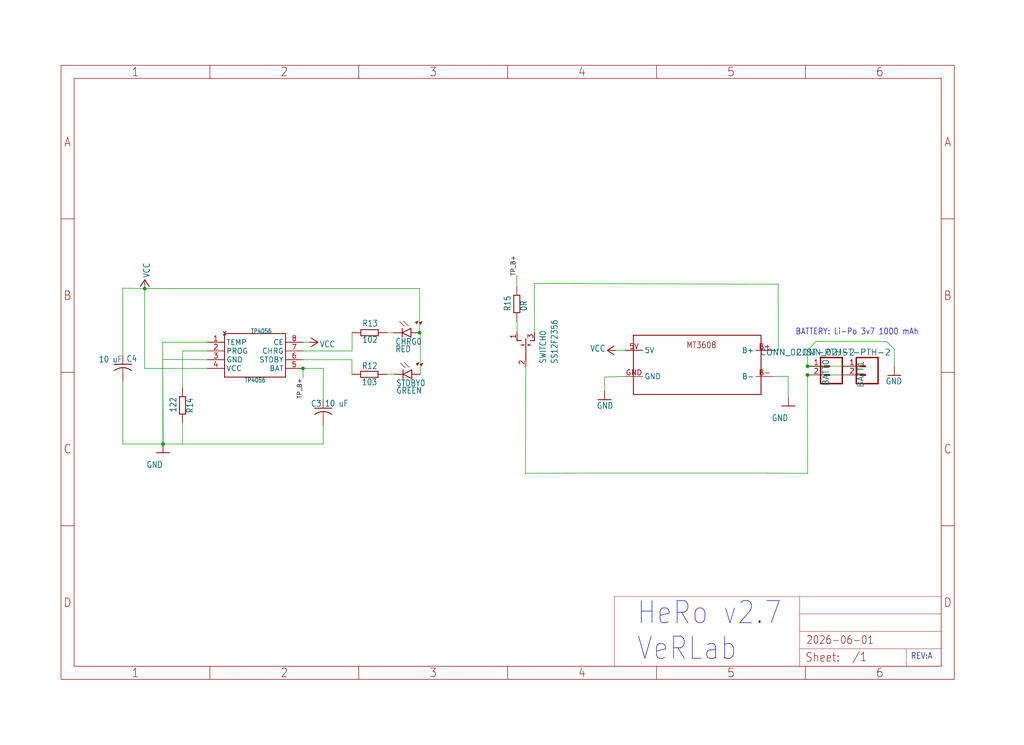
<source format=kicad_sch>
(kicad_sch (version 20250114) (generator "eeschema") (generator_version "9.0")
  (paper "User" 298.45 217.322)
  (lib_symbols
    (symbol "board-eagle-import:SparkFun-Connectors_513_CONN_02JST-PTH-2"
      (property "Reference" "J" (at -2.54 5.588 0))
      (symbol "SparkFun-Connectors_513_CONN_02JST-PTH-2_1_0"
        (polyline (pts (xy -2.54 5.08) (xy -2.54 -2.54)) (stroke (width 0.4064)))
        (polyline (pts (xy -2.54 5.08) (xy 3.81 5.08)) (stroke (width 0.4064)))
        (polyline (pts (xy 1.27 2.54) (xy 2.54 2.54)) (stroke (width 0.6096)))
        (polyline (pts (xy 1.27 0) (xy 2.54 0)) (stroke (width 0.6096)))
        (polyline (pts (xy 3.81 -2.54) (xy -2.54 -2.54)) (stroke (width 0.4064)))
        (polyline (pts (xy 3.81 -2.54) (xy 3.81 5.08)) (stroke (width 0.4064)))
        (pin passive line (at 7.62 2.54 180) (length 5.08) (name "2") (number "2"))
        (pin passive line (at 7.62 0 180) (length 5.08) (name "1") (number "1"))
      )
    )
    (symbol "board-eagle-import:TP4056_TP4056"
      (property "Reference" "IC" (at 0 0 0))
      (symbol "TP4056_TP4056_1_0"
        (polyline (pts (xy 0 0) (xy 0 -12.7)) (stroke (width 0.254)))
        (polyline (pts (xy 0 -12.7) (xy 17.78 -12.7)) (stroke (width 0.254)))
        (polyline (pts (xy 17.78 0) (xy 0 0)) (stroke (width 0.254)))
        (polyline (pts (xy 17.78 -12.7) (xy 17.78 0)) (stroke (width 0.254)))
        (pin bidirectional line (at -5.08 -2.54 0) (length 5.08) (name "TEMP") (number "1"))
        (pin bidirectional line (at -5.08 -5.08 0) (length 5.08) (name "PROG") (number "2"))
        (pin bidirectional line (at -5.08 -7.62 0) (length 5.08) (name "GND") (number "3"))
        (pin bidirectional line (at -5.08 -10.16 0) (length 5.08) (name "VCC") (number "4"))
        (pin bidirectional line (at 22.86 -2.54 180) (length 5.08) (name "CE") (number "8"))
        (pin bidirectional line (at 22.86 -5.08 180) (length 5.08) (name "CHRG") (number "7"))
        (pin bidirectional line (at 22.86 -7.62 180) (length 5.08) (name "STDBY") (number "6"))
        (pin bidirectional line (at 22.86 -10.16 180) (length 5.08) (name "BAT") (number "5"))
      )
    )
    (symbol "board-eagle-import:frames_229_A4L-LOC"
      (symbol "frames_229_A4L-LOC_1_0"
        (polyline (pts (xy 0 179.07) (xy 260.35 179.07) (xy 260.35 0) (xy 0 0) (xy 0 179.07)))
        (polyline (pts (xy 0 134.3025) (xy 3.81 134.3025)))
        (polyline (pts (xy 0 89.535) (xy 3.81 89.535)))
        (polyline (pts (xy 0 44.7675) (xy 3.81 44.7675)))
        (polyline (pts (xy 3.81 175.26) (xy 3.81 3.81)))
        (polyline (pts (xy 43.3917 179.07) (xy 43.3917 175.26)))
        (polyline (pts (xy 43.3917 3.81) (xy 43.3917 0)))
        (polyline (pts (xy 86.7833 179.07) (xy 86.7833 175.26)))
        (polyline (pts (xy 86.7833 3.81) (xy 86.7833 0)))
        (polyline (pts (xy 130.175 179.07) (xy 130.175 175.26)))
        (polyline (pts (xy 130.175 3.81) (xy 130.175 0)))
        (polyline (pts (xy 161.29 24.13) (xy 215.265 24.13)) (stroke (width 0.1016)))
        (polyline (pts (xy 161.29 3.81) (xy 161.29 24.13)) (stroke (width 0.1016)))
        (polyline (pts (xy 173.5667 179.07) (xy 173.5667 175.26)))
        (polyline (pts (xy 173.5667 3.81) (xy 173.5667 0)))
        (polyline (pts (xy 215.265 24.13) (xy 256.54 24.13)) (stroke (width 0.1016)))
        (polyline (pts (xy 215.265 19.05) (xy 215.265 24.13)) (stroke (width 0.1016)))
        (polyline (pts (xy 215.265 19.05) (xy 256.54 19.05)) (stroke (width 0.1016)))
        (polyline (pts (xy 215.265 13.97) (xy 215.265 19.05)) (stroke (width 0.1016)))
        (polyline (pts (xy 215.265 13.97) (xy 256.54 13.97)) (stroke (width 0.1016)))
        (polyline (pts (xy 215.265 8.89) (xy 215.265 13.97)) (stroke (width 0.1016)))
        (polyline (pts (xy 215.265 8.89) (xy 215.265 3.81)) (stroke (width 0.1016)))
        (polyline (pts (xy 216.9583 179.07) (xy 216.9583 175.26)))
        (polyline (pts (xy 216.9583 3.81) (xy 216.9583 0)))
        (polyline (pts (xy 246.38 8.89) (xy 215.265 8.89)) (stroke (width 0.1016)))
        (polyline (pts (xy 246.38 8.89) (xy 256.54 8.89)) (stroke (width 0.1016)))
        (polyline (pts (xy 246.38 3.81) (xy 246.38 8.89)) (stroke (width 0.1016)))
        (polyline (pts (xy 256.54 175.26) (xy 3.81 175.26)))
        (polyline (pts (xy 256.54 175.26) (xy 256.54 3.81)))
        (polyline (pts (xy 256.54 134.3025) (xy 260.35 134.3025)))
        (polyline (pts (xy 256.54 89.535) (xy 260.35 89.535)))
        (polyline (pts (xy 256.54 44.7675) (xy 260.35 44.7675)))
        (polyline (pts (xy 256.54 19.05) (xy 256.54 24.13)) (stroke (width 0.1016)))
        (polyline (pts (xy 256.54 13.97) (xy 256.54 19.05)) (stroke (width 0.1016)))
        (polyline (pts (xy 256.54 8.89) (xy 256.54 13.97)) (stroke (width 0.1016)))
        (polyline (pts (xy 256.54 3.81) (xy 3.81 3.81)))
        (polyline (pts (xy 256.54 3.81) (xy 256.54 8.89)) (stroke (width 0.1016)))
        (text "A" (at 1.905 156.6863 0) (effects (font (size 2.54 2.286))))
        (text "B" (at 1.905 111.9188 0) (effects (font (size 2.54 2.286))))
        (text "C" (at 1.905 67.1513 0) (effects (font (size 2.54 2.286))))
        (text "D" (at 1.905 22.3838 0) (effects (font (size 2.54 2.286))))
        (text "1" (at 21.6958 177.165 0) (effects (font (size 2.54 2.286))))
        (text "1" (at 21.6958 1.905 0) (effects (font (size 2.54 2.286))))
        (text "2" (at 65.0875 177.165 0) (effects (font (size 2.54 2.286))))
        (text "2" (at 65.0875 1.905 0) (effects (font (size 2.54 2.286))))
        (text "3" (at 108.4792 177.165 0) (effects (font (size 2.54 2.286))))
        (text "3" (at 108.4792 1.905 0) (effects (font (size 2.54 2.286))))
        (text "4" (at 151.8708 177.165 0) (effects (font (size 2.54 2.286))))
        (text "4" (at 151.8708 1.905 0) (effects (font (size 2.54 2.286))))
        (text "5" (at 195.2625 177.165 0) (effects (font (size 2.54 2.286))))
        (text "5" (at 195.2625 1.905 0) (effects (font (size 2.54 2.286))))
        (text "Sheet:" (at 216.916 4.953 0) (effects (font (size 2.54 2.159)) (justify left bottom)))
        (text "${PROJECTNAME}" (at 217.17 15.24 0) (effects (font (size 2.54 2.159)) (justify left bottom)))
        (text "${CURRENT_DATE}" (at 217.17 10.16 0) (effects (font (size 2.286 1.9431)) (justify left bottom)))
        (text "${#}/${##}" (at 230.505 5.08 0) (effects (font (size 2.54 2.159)) (justify left bottom)))
        (text "6" (at 238.6542 177.165 0) (effects (font (size 2.54 2.286))))
        (text "6" (at 238.6542 1.905 0) (effects (font (size 2.54 2.286))))
        (text "A" (at 258.445 156.6863 0) (effects (font (size 2.54 2.286))))
        (text "B" (at 258.445 111.9188 0) (effects (font (size 2.54 2.286))))
        (text "C" (at 258.445 67.1513 0) (effects (font (size 2.54 2.286))))
        (text "D" (at 258.445 22.3838 0) (effects (font (size 2.54 2.286))))
      )
    )
    (symbol "board-eagle-import:led_259_LEDSML0805"
      (property "Reference" "LED" (at 3.556 -4.572 90))
      (symbol "led_259_LEDSML0805_1_0"
        (polyline (pts (xy -3.429 2.159) (xy -3.048 1.27) (xy -2.54 1.778)) (stroke (width 0.1524)) (fill (type outline)))
        (polyline (pts (xy -3.302 3.302) (xy -2.921 2.413) (xy -2.413 2.921)) (stroke (width 0.1524)) (fill (type outline)))
        (polyline (pts (xy -2.032 -0.762) (xy -3.429 -2.159)) (stroke (width 0.1524)))
        (polyline (pts (xy -1.905 -1.905) (xy -3.302 -3.302)) (stroke (width 0.1524)))
        (polyline (pts (xy 0 0) (xy -1.27 0)) (stroke (width 0.254)))
        (polyline (pts (xy 0 -2.54) (xy -1.27 0)) (stroke (width 0.254)))
        (polyline (pts (xy 0 -2.54) (xy -1.27 -2.54)) (stroke (width 0.254)))
        (polyline (pts (xy 1.27 0) (xy 0 0)) (stroke (width 0.254)))
        (polyline (pts (xy 1.27 0) (xy 0 -2.54)) (stroke (width 0.254)))
        (polyline (pts (xy 1.27 -2.54) (xy 0 -2.54)) (stroke (width 0.254)))
        (pin passive line (at 0 2.54 270) (length 2.54) (name "A") (number "A"))
        (pin passive line (at 0 -5.08 90) (length 2.54) (name "C") (number "C"))
      )
    )
    (symbol "board-eagle-import:resistor_348_C-USC0603"
      (property "Reference" "C" (at 1.016 0.635 0))
      (symbol "resistor_348_C-USC0603_1_0"
        (polyline (pts (xy -2.54 0) (xy 2.54 0)) (stroke (width 0.254)))
        (arc (start 0 -1) (mid 1.3158 -1.2195) (end 2.4892 -1.8541) (stroke (width 0.254)))
        (arc (start -2.4668 -1.8504) (mid -1.302 -1.2303) (end 0 -1.0161) (stroke (width 0.254)))
        (polyline (pts (xy 0 -1.016) (xy 0 -2.54)) (stroke (width 0.1524)))
        (pin passive line (at 0 2.54 270) (length 2.54) (name "1") (number "1"))
        (pin passive line (at 0 -5.08 90) (length 2.54) (name "2") (number "2"))
      )
    )
    (symbol "board-eagle-import:resistor_348_R-EU_R0603"
      (property "Reference" "R" (at -3.81 1.4986 0))
      (symbol "resistor_348_R-EU_R0603_1_0"
        (polyline (pts (xy -2.54 -0.889) (xy -2.54 0.889)) (stroke (width 0.254)))
        (polyline (pts (xy -2.54 -0.889) (xy 2.54 -0.889)) (stroke (width 0.254)))
        (polyline (pts (xy 2.54 0.889) (xy -2.54 0.889)) (stroke (width 0.254)))
        (polyline (pts (xy 2.54 -0.889) (xy 2.54 0.889)) (stroke (width 0.254)))
        (pin passive line (at -5.08 0 0) (length 2.54) (name "1") (number "1"))
        (pin passive line (at 5.08 0 180) (length 2.54) (name "2") (number "2"))
      )
    )
    (symbol "board-eagle-import:resistor_348_R-EU_R0805"
      (property "Reference" "R" (at -3.81 1.4986 0))
      (symbol "resistor_348_R-EU_R0805_1_0"
        (polyline (pts (xy -2.54 -0.889) (xy -2.54 0.889)) (stroke (width 0.254)))
        (polyline (pts (xy -2.54 -0.889) (xy 2.54 -0.889)) (stroke (width 0.254)))
        (polyline (pts (xy 2.54 0.889) (xy -2.54 0.889)) (stroke (width 0.254)))
        (polyline (pts (xy 2.54 -0.889) (xy 2.54 0.889)) (stroke (width 0.254)))
        (pin passive line (at -5.08 0 0) (length 2.54) (name "1") (number "1"))
        (pin passive line (at 5.08 0 180) (length 2.54) (name "2") (number "2"))
      )
    )
    (symbol "board-eagle-import:stepup_MT3608"
      (symbol "stepup_MT3608_1_0"
        (polyline (pts (xy 0 17.272) (xy 37.211 17.272)) (stroke (width 0.254)))
        (polyline (pts (xy 0 0) (xy 0 17.272)) (stroke (width 0.254)))
        (polyline (pts (xy 0 0) (xy 37.211 0)) (stroke (width 0.254)))
        (polyline (pts (xy 37.211 0) (xy 37.211 17.272)) (stroke (width 0.254)))
        (text "MT3608" (at 15.4084 13.3764 0) (effects (font (size 1.778 1.5113)) (justify left bottom)))
        (pin output line (at -2.3716 12.8684 0) (length 5.08) (name "5V") (number "5V"))
        (pin output line (at -2.3716 5.2484 0) (length 5.08) (name "GND") (number "GND"))
        (pin input line (at 40.8084 12.8684 180) (length 5.08) (name "B+") (number "B+"))
        (pin input line (at 40.8084 5.2484 180) (length 5.08) (name "B-") (number "B-"))
      )
    )
    (symbol "board-eagle-import:supply1_371_GND" (power)
      (symbol "supply1_371_GND_1_0"
        (polyline (pts (xy -1.905 0) (xy 1.905 0)) (stroke (width 0.254)))
        (pin power_in line (at 0 2.54 270) (length 2.54) (name "GND") (number "1"))
      )
    )
    (symbol "board-eagle-import:supply1_371_VCC" (power)
      (symbol "supply1_371_VCC_1_0"
        (polyline (pts (xy 0 0) (xy -1.27 -1.905)) (stroke (width 0.254)))
        (polyline (pts (xy 1.27 -1.905) (xy 0 0)) (stroke (width 0.254)))
        (pin power_in line (at 0 -2.54 90) (length 2.54) (name "VCC") (number "1"))
      )
    )
    (symbol "board-eagle-import:switch_SS12F2356"
      (property "Reference" "S" (at 5.08 -2.54 90))
      (symbol "switch_SS12F2356_1_0"
        (polyline (pts (xy -2.54 2.54) (xy -2.54 3.175)) (stroke (width 0.254)))
        (polyline (pts (xy -2.54 2.54) (xy -1.27 2.54)) (stroke (width 0.254)))
        (polyline (pts (xy -1.524 1.27) (xy -0.508 1.27)) (stroke (width 0.1524)))
        (polyline (pts (xy -0.508 1.27) (xy -1.016 1.524)) (stroke (width 0.1524)))
        (polyline (pts (xy -0.508 1.27) (xy -1.016 1.016)) (stroke (width 0.1524)))
        (polyline (pts (xy 0 -3.175) (xy 0 3.048)) (stroke (width 0.254)))
        (polyline (pts (xy 0.508 1.27) (xy 1.016 1.524)) (stroke (width 0.1524)))
        (polyline (pts (xy 0.508 1.27) (xy 1.016 1.016)) (stroke (width 0.1524)))
        (polyline (pts (xy 0.508 1.27) (xy 1.524 1.27)) (stroke (width 0.1524)))
        (polyline (pts (xy 1.27 2.54) (xy 2.54 2.54)) (stroke (width 0.254)))
        (polyline (pts (xy 2.54 2.54) (xy 2.54 3.175)) (stroke (width 0.254)))
        (pin passive line (at -2.54 5.08 270) (length 2.54) (name "O") (number "1"))
        (pin passive line (at 0 -5.08 90) (length 2.54) (name "P") (number "2"))
        (pin passive line (at 2.54 5.08 270) (length 2.54) (name "S") (number "3"))
      )
    )
  )
  (text "REV:A" (at 265.43 192.532 0) (effects (font (size 1.778 1.5113)) (justify left bottom)))
  (text "HeRo v2.7\nVeRLab" (at 185.5 193.04 0) (effects (font (size 6.4516 5.4838)) (justify left bottom)))
  (text "BATTERY: Li-Po 3v7 1000 mAh" (at 231.826 97.894 0) (effects (font (size 1.778 1.5113)) (justify left bottom)))
  (junction (at 47.516 129.4992))
  (junction (at 235.3446 106.8118))
  (junction (at 88.3 107.44))
  (junction (at 235.3446 109.3518))
  (junction (at 122.3 97.05))
  (junction (at 42.1772 84.1508))
  (wire (pts (xy 88.3 107.44) (xy 94.25 107.44)) (stroke (width 0.1524)))
  (wire (pts (xy 226.85 97.73) (xy 226.8568 102.1632)) (stroke (width 0.1524)))
  (wire (pts (xy 235.3238 102.1562) (xy 237.85 99.63)) (stroke (width 0.1524)))
  (wire (pts (xy 42.16 107.4528) (xy 60.36 107.44)) (stroke (width 0.1524)))
  (wire (pts (xy 226.8568 102.1632) (xy 225.4084 102.1768)) (stroke (width 0.1524)))
  (wire (pts (xy 229.685 109.7554) (xy 229.7612 115.858)) (stroke (width 0.1524)))
  (wire (pts (xy 94.2 129.4992) (xy 94.2 124.11)) (stroke (width 0.1524)))
  (wire (pts (xy 35.8 103.69) (xy 35.8 84.0508)) (stroke (width 0.1524)))
  (wire (pts (xy 223.7 82.88) (xy 226.8 82.88)) (stroke (width 0.1524)))
  (wire (pts (xy 122.3 84.1508) (xy 42.1772 84.1508)) (stroke (width 0.1524)))
  (wire (pts (xy 53.2 123.31) (xy 53.2 129.4992)) (stroke (width 0.1524)))
  (wire (pts (xy 153.15 138.03) (xy 153.25 106.96)) (stroke (width 0.1524)))
  (wire (pts (xy 122.3 97.05) (xy 122.3 84.1508)) (stroke (width 0.1524)))
  (wire (pts (xy 88.3 107.43) (xy 88.3 107.44)) (stroke (width 0.1524)))
  (wire (pts (xy 182.2284 109.7968) (xy 176.218 109.9652)) (stroke (width 0.1524)))
  (wire (pts (xy 155.71 82.68) (xy 223.7 82.88)) (stroke (width 0.1524)))
  (wire (pts (xy 42.1772 84.1508) (xy 42.16 107.4528)) (stroke (width 0.1524)))
  (wire (pts (xy 90.0932 99.82) (xy 90.0932 99.8352)) (stroke (width 0.1524)))
  (wire (pts (xy 47.416 104.85) (xy 60.36 104.9)) (stroke (width 0.1524)))
  (wire (pts (xy 235.3446 106.8118) (xy 235.3238 102.1562)) (stroke (width 0.1524)))
  (wire (pts (xy 35.8 84.0508) (xy 42.1772 84.1508)) (stroke (width 0.1524)))
  (wire (pts (xy 260.6508 101.8528) (xy 260.6508 106.9414)) (stroke (width 0.1524)))
  (wire (pts (xy 47.416 99.82) (xy 47.516 129.4992)) (stroke (width 0.1524)))
  (wire (pts (xy 223.65 137.98) (xy 170.25 137.98)) (stroke (width 0.1524)))
  (wire (pts (xy 245.7586 109.3518) (xy 235.3446 109.3518)) (stroke (width 0.1524)))
  (wire (pts (xy 112.78 97.03) (xy 112.78 97.05)) (stroke (width 0.1524)))
  (wire (pts (xy 60.36 102.36) (xy 53.2 102.36)) (stroke (width 0.1524)))
  (wire (pts (xy 94.25 107.44) (xy 94.2 116.49)) (stroke (width 0.1524)))
  (wire (pts (xy 60.36 99.82) (xy 47.416 99.82)) (stroke (width 0.1524)))
  (wire (pts (xy 122.55 97.05) (xy 122.3 97.05)) (stroke (width 0.1524)))
  (wire (pts (xy 88.3 99.82) (xy 90.0932 99.82)) (stroke (width 0.1524)))
  (wire (pts (xy 170.25 137.98) (xy 153.15 138.03)) (stroke (width 0.1524)))
  (wire (pts (xy 112.78 97.05) (xy 114.68 97.05)) (stroke (width 0.1524)))
  (wire (pts (xy 235.3838 138.0462) (xy 223.65 137.98)) (stroke (width 0.1524)))
  (wire (pts (xy 35.8 129.4992) (xy 35.8 111.31)) (stroke (width 0.1524)))
  (wire (pts (xy 102.57 104.9) (xy 102.57 109.18)) (stroke (width 0.1524)))
  (wire (pts (xy 150.624 83.562) (xy 150.624 80.518)) (stroke (width 0.1524)))
  (wire (pts (xy 182.1268 102.1768) (xy 179.5708 102.1928)) (stroke (width 0.1524)))
  (wire (pts (xy 226.8 82.88) (xy 226.85 97.73)) (stroke (width 0.1524)))
  (wire (pts (xy 155.79 96.8) (xy 155.71 82.68)) (stroke (width 0.1524)))
  (wire (pts (xy 150.624 93.722) (xy 150.71 93.722)) (stroke (width 0.1524)))
  (wire (pts (xy 258.428 99.63) (xy 260.6508 101.8528)) (stroke (width 0.1524)))
  (wire (pts (xy 47.516 129.4992) (xy 94.2 129.4992)) (stroke (width 0.1524)))
  (wire (pts (xy 88.3 102.36) (xy 102.62 102.36)) (stroke (width 0.1524)))
  (wire (pts (xy 88.35 110.23) (xy 88.3 107.43)) (stroke (width 0.1524)))
  (wire (pts (xy 150.71 93.722) (xy 150.71 96.8)) (stroke (width 0.1524)))
  (wire (pts (xy 237.85 99.63) (xy 258.428 99.63)) (stroke (width 0.1524)))
  (wire (pts (xy 150.624 80.518) (xy 150.876 80.518)) (stroke (width 0.1524)))
  (wire (pts (xy 176.218 109.9652) (xy 176.218 114.0292)) (stroke (width 0.1524)))
  (wire (pts (xy 182.2284 102.1768) (xy 182.1268 102.1768)) (stroke (width 0.1524)))
  (wire (pts (xy 88.3 104.9) (xy 102.57 104.9)) (stroke (width 0.1524)))
  (wire (pts (xy 53.2 102.36) (xy 53.2 113.15)) (stroke (width 0.1524)))
  (wire (pts (xy 235.3446 109.3518) (xy 235.3838 138.0462)) (stroke (width 0.1524)))
  (wire (pts (xy 112.73 109.18) (xy 112.78 109.15)) (stroke (width 0.1524)))
  (wire (pts (xy 47.516 129.4992) (xy 47.416 104.85)) (stroke (width 0.1524)))
  (wire (pts (xy 102.62 102.36) (xy 102.62 97.03)) (stroke (width 0.1524)))
  (wire (pts (xy 47.516 129.4992) (xy 35.8 129.4992)) (stroke (width 0.1524)))
  (wire (pts (xy 225.4084 109.7968) (xy 229.685 109.7554)) (stroke (width 0.1524)))
  (wire (pts (xy 112.78 109.15) (xy 114.93 109.15)) (stroke (width 0.1524)))
  (wire (pts (xy 122.55 109.15) (xy 122.55 97.05)) (stroke (width 0.1524)))
  (wire (pts (xy 245.7586 106.8118) (xy 235.3446 106.8118)) (stroke (width 0.1524)))
  (label "TP_B+" (at 88.35 110.23 270) (effects (font (size 1.2446 1.2446))))
  (label "TP_B+" (at 150.624 80.518 90) (effects (font (size 1.2446 1.2446))))
  (symbol (lib_id "board-eagle-import:supply1_371_GND") (at 176.218 116.5692 0) (unit 1)
    (property "Reference" "#GND13" (effects (hide yes)))
    (property "Value" "GND" (at 178.758 117.3312 0) (effects (font (size 1.778 1.5113)) (justify right top)))
  )
  (symbol (lib_id "board-eagle-import:resistor_348_R-EU_R0805") (at 150.624 88.642 90) (unit 1)
    (property "Reference" "R15" (at 148.8754 90.802 0) (effects (font (size 1.778 1.5113)) (justify left bottom)))
    (property "Value" "0R" (at 153.626 90.802 0) (effects (font (size 1.778 1.5113)) (justify left bottom)))
    (property "Footprint" "board:R0805" (effects (hide yes)))
  )
  (symbol (lib_id "board-eagle-import:stepup_MT3608") (at 184.6 115.0452 0) (unit 1)
    (property "Reference" "MT3608" (effects (hide yes)))
    (property "Value" "MT3608" (effects (hide yes)))
    (property "Footprint" "board:MT3608" (effects (hide yes)))
  )
  (symbol (lib_id "board-eagle-import:supply1_371_GND") (at 47.516 132.0392 0) (unit 1)
    (property "Reference" "#GND27" (effects (hide yes)))
    (property "Value" "GND" (at 47.516 134.5792 0) (effects (font (size 1.778 1.5113)) (justify right top)))
  )
  (symbol (lib_id "board-eagle-import:SparkFun-Connectors_513_CONN_02JST-PTH-2") (at 242.9646 106.8118 180) (unit 1)
    (property "Reference" "BATT0" (at 239.6372 104.6314 90) (effects (font (size 1.778 1.778)) (justify left bottom)))
    (property "Value" "CONN_02JST-PTH-2" (at 249.3146 101.7318 0) (effects (font (size 1.778 1.778)) (justify left bottom)))
    (property "Footprint" "board:JST-2-PTH" (effects (hide yes)))
  )
  (symbol (lib_id "board-eagle-import:supply1_371_VCC") (at 177.0308 102.1928 90) (unit 1)
    (property "Reference" "#P+5" (effects (hide yes)))
    (property "Value" "VCC" (at 176.5228 100.6688 90) (effects (font (size 1.778 1.5113)) (justify left bottom)))
  )
  (symbol (lib_id "board-eagle-import:switch_SS12F2356") (at 153.25 101.88 0) (unit 1)
    (property "Reference" "SWITCH0" (at 159.23 106.12 90) (effects (font (size 1.778 1.5113)) (justify left bottom)))
    (property "Value" "SS12F2356" (at 162.57 106.17 90) (effects (font (size 1.778 1.5113)) (justify left bottom)))
    (property "Footprint" "board:HH3T90" (effects (hide yes)))
  )
  (symbol (lib_id "board-eagle-import:resistor_348_R-EU_R0603") (at 53.2 118.23 90) (unit 1)
    (property "Reference" "R14" (at 56.3014 120.59 0) (effects (font (size 1.778 1.5113)) (justify left bottom)))
    (property "Value" "122" (at 51.452 120.34 0) (effects (font (size 1.778 1.5113)) (justify left bottom)))
    (property "Footprint" "board:R0603" (effects (hide yes)))
  )
  (symbol (lib_id "board-eagle-import:led_259_LEDSML0805") (at 120.01 109.15 270) (unit 1)
    (property "Reference" "STDBY0" (at 115.438 112.706 90) (effects (font (size 1.778 1.5113)) (justify left bottom)))
    (property "Value" "GREEN" (at 115.438 114.865 90) (effects (font (size 1.778 1.5113)) (justify left bottom)))
    (property "Footprint" "board:SML0805" (effects (hide yes)))
  )
  (symbol (lib_id "board-eagle-import:resistor_348_R-EU_R0805") (at 107.7 97.03 0) (unit 1)
    (property "Reference" "R13" (at 105.54 95.2814 0) (effects (font (size 1.778 1.5113)) (justify left bottom)))
    (property "Value" "102" (at 105.54 100.032 0) (effects (font (size 1.778 1.5113)) (justify left bottom)))
    (property "Footprint" "board:R0805" (effects (hide yes)))
  )
  (symbol (lib_id "board-eagle-import:TP4056_TP4056") (at 65.44 97.28 0) (unit 1)
    (property "Reference" "TP4056" (at 73.06 97.28 0) (effects (font (size 1.27 1.0795)) (justify left bottom)))
    (property "Value" "TP4056" (at 71.26 111.57 0) (effects (font (size 1.27 1.0795)) (justify left bottom)))
    (property "Footprint" "board:SOP" (effects (hide yes)))
    (property "SPICEPREFIX" "X" (at 65.44 97.28 0))
  )
  (symbol (lib_id "board-eagle-import:led_259_LEDSML0805") (at 119.76 97.05 270) (unit 1)
    (property "Reference" "CHRG0" (at 115.188 100.606 90) (effects (font (size 1.778 1.5113)) (justify left bottom)))
    (property "Value" "RED" (at 115.188 102.765 90) (effects (font (size 1.778 1.5113)) (justify left bottom)))
    (property "Footprint" "board:SML0805" (effects (hide yes)))
  )
  (symbol (lib_id "board-eagle-import:supply1_371_GND") (at 260.6508 109.4814 0) (unit 1)
    (property "Reference" "#GND15" (effects (hide yes)))
    (property "Value" "GND" (at 262.9622 110.218 0) (effects (font (size 1.778 1.5113)) (justify right top)))
  )
  (symbol (lib_id "board-eagle-import:supply1_371_VCC") (at 92.6332 99.8352 270) (unit 1)
    (property "Reference" "#P+7" (effects (hide yes)))
    (property "Value" "VCC" (at 93.1412 101.3592 90) (effects (font (size 1.778 1.5113)) (justify left bottom)))
  )
  (symbol (lib_id "board-eagle-import:SparkFun-Connectors_513_CONN_02JST-PTH-2") (at 253.3786 106.8118 180) (unit 1)
    (property "Reference" "BATT1" (at 249.7972 105.1394 90) (effects (font (size 1.778 1.778)) (justify left bottom)))
    (property "Value" "CONN_02JST-PTH-2" (at 259.7286 101.7318 0) (effects (font (size 1.778 1.778)) (justify left bottom)))
    (property "Footprint" "board:JST-2-PTH" (effects (hide yes)))
  )
  (symbol (lib_id "board-eagle-import:supply1_371_GND") (at 229.7612 118.398 0) (unit 1)
    (property "Reference" "#GND14" (effects (hide yes)))
    (property "Value" "GND" (at 229.7612 120.938 0) (effects (font (size 1.778 1.5113)) (justify right top)))
  )
  (symbol (lib_id "board-eagle-import:frames_229_A4L-LOC") (at 17.78 198.12 0) (unit 1)
    (property "Reference" "#FRAME4" (effects (hide yes)))
    (property "Value" "A4L-LOC" (effects (hide yes)))
    (property "TITLE" "Power Supply" (effects (hide yes)))
  )
  (symbol (lib_id "board-eagle-import:resistor_348_C-USC0603") (at 35.8 106.23 0) (unit 1)
    (property "Reference" "C4" (at 36.816 105.595 0) (effects (font (size 1.778 1.5113)) (justify left bottom)))
    (property "Value" "10 uF" (at 28.716 105.771 0) (effects (font (size 1.778 1.5113)) (justify left bottom)))
    (property "Footprint" "board:C0603_420" (effects (hide yes)))
  )
  (symbol (lib_id "board-eagle-import:supply1_371_VCC") (at 42.1772 81.6108 0) (unit 1)
    (property "Reference" "#P+6" (effects (hide yes)))
    (property "Value" "VCC" (at 43.7012 81.1028 90) (effects (font (size 1.778 1.5113)) (justify left bottom)))
  )
  (symbol (lib_id "board-eagle-import:resistor_348_C-USC0603") (at 94.2 119.03 0) (unit 1)
    (property "Reference" "C3" (at 90.566 118.695 0) (effects (font (size 1.778 1.5113)) (justify left bottom)))
    (property "Value" "10 uF" (at 94.616 118.621 0) (effects (font (size 1.778 1.5113)) (justify left bottom)))
    (property "Footprint" "board:C0603_420" (effects (hide yes)))
  )
  (symbol (lib_id "board-eagle-import:resistor_348_R-EU_R0805") (at 107.65 109.18 0) (unit 1)
    (property "Reference" "R12" (at 105.44 107.6814 0) (effects (font (size 1.778 1.5113)) (justify left bottom)))
    (property "Value" "103" (at 105.39 112.432 0) (effects (font (size 1.778 1.5113)) (justify left bottom)))
    (property "Footprint" "board:R0805" (effects (hide yes)))
  )
)
</source>
